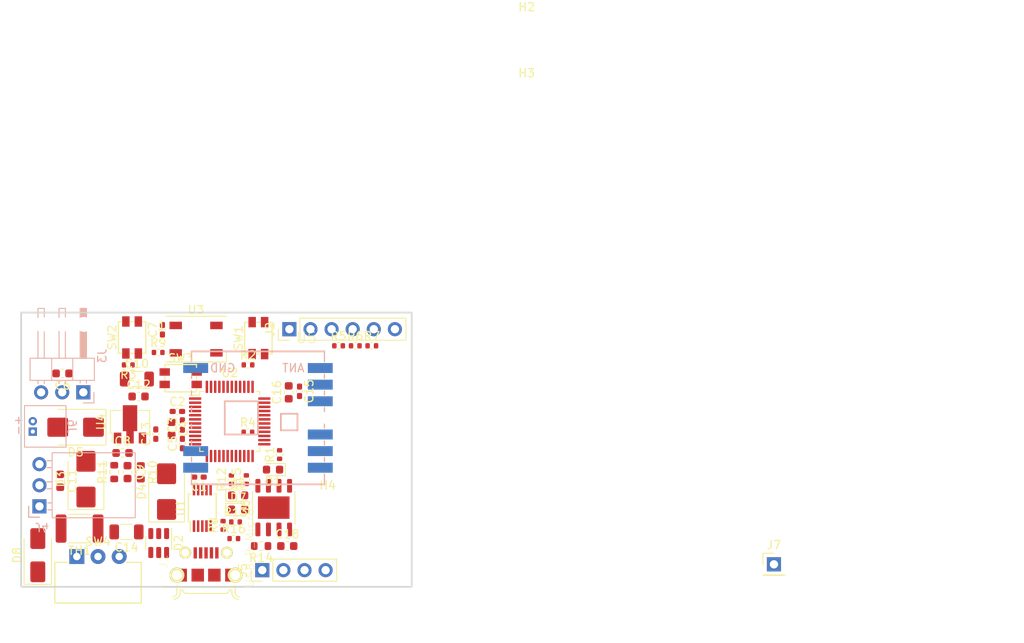
<source format=kicad_pcb>
(kicad_pcb (version 20221018) (generator pcbnew)
  (layers (0 "F.Cu" signal) (31 "B.Cu" signal) (34 "B.Paste" user) (35 "F.Paste" user) (36 "B.SilkS" user "B.Silkscreen") (37 "F.SilkS" user "F.Silkscreen") (38 "B.Mask" user) (39 "F.Mask" user) (44 "Edge.Cuts" user))
  (net 0 "")
  (net 1 "/~{DTR}")
  (net 2 "GND")
  (net 3 "VCC")
  (net 4 "+BATT")
  (net 5 "/BATT_DIRECT")
  (net 6 "/VBATT_DIV")
  (net 7 "VBUS")
  (net 8 "Net-(U2-NRST)")
  (net 9 "/ANTENNA")
  (net 10 "Net-(D1-K)")
  (net 11 "Net-(D1-A)")
  (net 12 "/USB+")
  (net 13 "/USB-")
  (net 15 "/EXTERNAL_LED")
  (net 16 "Net-(D6-K)")
  (net 17 "Net-(D7-K)")
  (net 19 "/AUX0")
  (net 20 "/AUX1")
  (net 21 "/AUX2")
  (net 22 "/SWDIO")
  (net 23 "/BOOT0")
  (net 24 "Net-(J2-Pin_4)")
  (net 25 "Net-(J2-Pin_5)")
  (net 26 "Net-(J2-Pin_6)")
  (net 27 "Net-(J4-Pin_1)")
  (net 29 "Net-(U2-PB1)")
  (net 30 "/~{STDBY}")
  (net 31 "/~{CHRG}")
  (net 32 "Net-(U2-PB2)")
  (net 33 "/USART_RX")
  (net 34 "/USART_TX")
  (net 35 "Net-(U2-PA8)")
  (net 36 "Net-(U1-~{CTS})")
  (net 37 "Net-(U3-DOUT)")
  (net 38 "Net-(U6-PROG)")
  (net 39 "Net-(U6-CE)")
  (net 40 "Net-(U1-~{RTS})")
  (net 42 "/NSS")
  (net 43 "/SCK")
  (net 44 "/MISO")
  (net 45 "/MOSI")
  (net 51 "/DIO0")
  (net 54 "/INTERNAL_LED")
  (net 65 "Net-(R3-Pad2)")
  (net 67 "Net-(R2-Pad2)")
  (footprint "Resistor_SMD:R_0402_1005Metric" (layer "F.Cu") (at 80.1 89.8)
    (fp_text reference "R2" (at 0 -1.17) (layer "F.SilkS"))
    (fp_text value "1k")
    (pad "1" smd roundrect (at -0.51 0) (size 0.54 0.64) (layers "F.Cu" "F.Paste" "F.Mask") (net 29 "Net-(U2-PB1)"))
    (pad "2" smd roundrect (at 0.51 0) (size 0.54 0.64) (layers "F.Cu" "F.Paste" "F.Mask") (net 67 "Net-(R2-Pad2)"))
  )
  (footprint "Homebrew:SW_TACTILE_3mmx3.5mm_TS-1071SA-A4B3-D4" (layer "F.Cu") (at 66.15 86.5 90)
    (fp_text reference "SW2" (at 0 -2.4 90 unlocked) (layer "F.SilkS"))
    (fp_text value "SW_Push")
    (pad "1" smd rect (at -1.925 -0.75 90) (size 1.25 0.9) (layers "F.Cu" "F.Paste" "F.Mask") (net 65 "Net-(R3-Pad2)"))
    (pad "1" smd rect (at 1.925 -0.75 90) (size 1.25 0.9) (layers "F.Cu" "F.Paste" "F.Mask") (net 65 "Net-(R3-Pad2)"))
    (pad "2" smd rect (at -1.925 0.75 90) (size 1.25 0.9) (layers "F.Cu" "F.Paste" "F.Mask") (net 2 "GND"))
    (pad "2" smd rect (at 1.925 0.75 90) (size 1.25 0.9) (layers "F.Cu" "F.Paste" "F.Mask") (net 2 "GND"))
  )
  (footprint "Resistor_SMD:R_0402_1005Metric" (layer "F.Cu") (at 79.9 103.61 90)
    (fp_text reference "R15" (at 0 -1.17 90) (layer "F.SilkS"))
    (fp_text value "1k")
    (pad "1" smd roundrect (at -0.51 0 90) (size 0.54 0.64) (layers "F.Cu" "F.Paste" "F.Mask") (net 7 "VBUS"))
    (pad "2" smd roundrect (at 0.51 0 90) (size 0.54 0.64) (layers "F.Cu" "F.Paste" "F.Mask") (net 39 "Net-(U6-CE)"))
  )
  (footprint "Capacitor_SMD:C_0603_1608Metric" (layer "F.Cu") (at 65 100.4)
    (fp_text reference "C8" (at 0 -1.43) (layer "F.SilkS"))
    (fp_text value "10uF")
    (pad "1" smd roundrect (at -0.775 0) (size 0.9 0.95) (layers "F.Cu" "F.Paste" "F.Mask") (net 2 "GND"))
    (pad "2" smd roundrect (at 0.775 0) (size 0.9 0.95) (layers "F.Cu" "F.Paste" "F.Mask") (net 4 "+BATT"))
  )
  (footprint "Capacitor_SMD:C_0402_1005Metric_Pad0.74x0.62mm_HandSolder" (layer "F.Cu") (at 74.2 103.3 180)
    (fp_text reference "C1" (at 0 -1.16) (layer "F.SilkS"))
    (fp_text value "100nF")
    (pad "1" smd roundrect (at -0.5675 0 180) (size 0.735 0.62) (layers "F.Cu" "F.Paste" "F.Mask") (net 2 "GND"))
    (pad "2" smd roundrect (at 0.5675 0 180) (size 0.735 0.62) (layers "F.Cu" "F.Paste" "F.Mask") (net 3 "VCC"))
  )
  (footprint "Capacitor_SMD:C_0603_1608Metric" (layer "F.Cu") (at 57.5 103.75 -90)
    (fp_text reference "C11" (at 0 -1.43 90) (layer "F.SilkS"))
    (fp_text value "10uF")
    (pad "1" smd roundrect (at -0.775 0 270) (size 0.9 0.95) (layers "F.Cu" "F.Paste" "F.Mask") (net 2 "GND"))
    (pad "2" smd roundrect (at 0.775 0 270) (size 0.9 0.95) (layers "F.Cu" "F.Paste" "F.Mask") (net 5 "/BATT_DIRECT"))
  )
  (footprint "Resistor_SMD:R_0603_1608Metric" (layer "F.Cu") (at 64 102.7 90)
    (fp_text reference "R11" (at 0 -1.43 90) (layer "F.SilkS"))
    (fp_text value "180k")
    (pad "1" smd roundrect (at -0.825 0 90) (size 0.8 0.95) (layers "F.Cu" "F.Paste" "F.Mask") (net 6 "/VBATT_DIV"))
    (pad "2" smd roundrect (at 0.825 0 90) (size 0.8 0.95) (layers "F.Cu" "F.Paste" "F.Mask") (net 2 "GND"))
  )
  (footprint "Homebrew:FRAMATOME_10118194-0001LF_fixed_bridges" (layer "F.Cu") (at 75.05 115.1)
    (fp_text reference "J1" (at -5.14371 -1.64279 90) (layer "F.SilkS") (effects (font (size 1.0017 1.0017) (thickness 0.05))))
    (fp_text value "USB_B_Micro" (at 5.26804 -3.27689 90) (layer "F.SilkS") (effects (font (size 1.00058 1.00058) (thickness 0.05))))
    (pad "1" smd rect (at -1.3 -2.675 180) (size 0.4 1.35) (layers "F.Cu" "F.Paste" "F.Mask") (net 7 "VBUS"))
    (pad "2" smd rect (at -0.65 -2.675 180) (size 0.4 1.35) (layers "F.Cu" "F.Paste" "F.Mask") (net 13 "/USB-"))
    (pad "3" smd rect (at 0 -2.675 180) (size 0.4 1.35) (layers "F.Cu" "F.Paste" "F.Mask") (net 12 "/USB+"))
    (pad "4" smd rect (at 0.65 -2.675 180) (size 0.4 1.35) (layers "F.Cu" "F.Paste" "F.Mask"))
    (pad "5" smd rect (at 1.3 -2.675 180) (size 0.4 1.35) (layers "F.Cu" "F.Paste" "F.Mask") (net 2 "GND"))
    (pad "P$6" thru_hole circle (at -2.5 -2.7) (size 1.408 1.408) (drill 0.9) (layers "*.Cu" "*.Mask" "F.SilkS"))
    (pad "P$7" thru_hole circle (at 2.5 -2.7) (size 1.408 1.408) (drill 0.9) (layers "*.Cu" "*.Mask" "F.SilkS"))
    (pad "P$10" smd rect (at -1 0) (size 1.5 1.55) (layers "F.Cu" "F.Paste" "F.Mask"))
    (pad "P$11" smd rect (at 1 0) (size 1.5 1.55) (layers "F.Cu" "F.Paste" "F.Mask"))
    (pad "P$12" thru_hole circle (at -3.5 0) (size 1.8 1.8) (drill 1.2) (layers "*.Cu" "*.Mask" "F.SilkS"))
    (pad "P$12" smd rect (at -3.05 0) (size 1.5 1.55) (layers "F.Cu" "F.Paste" "F.Mask"))
    (pad "P$13" smd rect (at 3.05 0) (size 1.5 1.55) (layers "F.Cu" "F.Paste" "F.Mask"))
    (pad "P$13" thru_hole circle (at 3.5 0) (size 1.8 1.8) (drill 1.2) (layers "*.Cu" "*.Mask" "F.SilkS"))
  )
  (footprint "LED_SMD:LED_0603_1608Metric" (layer "F.Cu") (at 78.9125 105.5)
    (fp_text reference "D6" (at 0 -1.43) (layer "F.SilkS"))
    (fp_text value "WHITE")
    (pad "1" smd roundrect (at -0.7875 0) (size 0.875 0.95) (layers "F.Cu" "F.Paste" "F.Mask") (net 16 "Net-(D6-K)"))
    (pad "2" smd roundrect (at 0.7875 0) (size 0.875 0.95) (layers "F.Cu" "F.Paste" "F.Mask") (net 7 "VBUS"))
  )
  (footprint "Resistor_SMD:R_0402_1005Metric" (layer "F.Cu") (at 93.01 87.5)
    (fp_text reference "R6" (at 0 -1.17) (layer "F.SilkS"))
    (fp_text value "1k")
    (pad "1" smd roundrect (at -0.51 0) (size 0.54 0.64) (layers "F.Cu" "F.Paste" "F.Mask") (net 20 "/AUX1"))
    (pad "2" smd roundrect (at 0.51 0) (size 0.54 0.64) (layers "F.Cu" "F.Paste" "F.Mask") (net 25 "Net-(J2-Pin_5)"))
  )
  (footprint "Package_SO:MSOP-10_3x3mm_P0.5mm" (layer "F.Cu") (at 74.6 107 90)
    (fp_text reference "U1" (at 0 -2.6 90) (layer "F.SilkS"))
    (fp_text value "CH340X")
    (pad "1" smd rect (at -2.2 -1 90) (size 1.4 0.3) (layers "F.Cu" "F.Paste" "F.Mask") (net 12 "/USB+"))
    (pad "2" smd rect (at -2.2 -0.5 90) (size 1.4 0.3) (layers "F.Cu" "F.Paste" "F.Mask") (net 13 "/USB-"))
    (pad "3" smd rect (at -2.2 0 90) (size 1.4 0.3) (layers "F.Cu" "F.Paste" "F.Mask") (net 2 "GND"))
    (pad "4" smd rect (at -2.2 0.5 90) (size 1.4 0.3) (layers "F.Cu" "F.Paste" "F.Mask") (net 40 "Net-(U1-~{RTS})"))
    (pad "5" smd rect (at -2.2 1 90) (size 1.4 0.3) (layers "F.Cu" "F.Paste" "F.Mask") (net 36 "Net-(U1-~{CTS})"))
    (pad "6" smd rect (at 2.2 1 90) (size 1.4 0.3) (layers "F.Cu" "F.Paste" "F.Mask") (net 1 "/~{DTR}"))
    (pad "7" smd rect (at 2.2 0.5 90) (size 1.4 0.3) (layers "F.Cu" "F.Paste" "F.Mask") (net 3 "VCC"))
    (pad "8" smd rect (at 2.2 0 90) (size 1.4 0.3) (layers "F.Cu" "F.Paste" "F.Mask") (net 33 "/USART_RX"))
    (pad "9" smd rect (at 2.2 -0.5 90) (size 1.4 0.3) (layers "F.Cu" "F.Paste" "F.Mask") (net 34 "/USART_TX"))
    (pad "10" smd rect (at 2.2 -1 90) (size 1.4 0.3) (layers "F.Cu" "F.Paste" "F.Mask") (net 3 "VCC"))
  )
  (footprint "LED_SMD:LED_0603_1608Metric" (layer "F.Cu") (at 83.1125 102.4 180)
    (fp_text reference "D1" (at 0 -1.43) (layer "F.SilkS"))
    (fp_text value "RED")
    (pad "1" smd roundrect (at -0.7875 0 180) (size 0.875 0.95) (layers "F.Cu" "F.Paste" "F.Mask") (net 10 "Net-(D1-K)"))
    (pad "2" smd roundrect (at 0.7875 0 180) (size 0.875 0.95) (layers "F.Cu" "F.Paste" "F.Mask") (net 11 "Net-(D1-A)"))
  )
  (footprint "LED_SMD:LED_WS2812B_PLCC4_5.0x5.0mm_P3.2mm" (layer "F.Cu") (at 73.85 86.7)
    (fp_text reference "U3" (at 0 -3.5) (layer "F.SilkS"))
    (fp_text value "WS2812b")
    (fp_text user "1" (at -4.15 -1.6) (layer "F.SilkS"))
    (pad "1" smd rect (at -2.45 -1.65) (size 1.5 0.9) (layers "F.Cu" "F.Paste" "F.Mask") (net 4 "+BATT"))
    (pad "2" smd rect (at -2.45 1.65) (size 1.5 0.9) (layers "F.Cu" "F.Paste" "F.Mask") (net 37 "Net-(U3-DOUT)"))
    (pad "3" smd rect (at 2.45 1.65) (size 1.5 0.9) (layers "F.Cu" "F.Paste" "F.Mask") (net 2 "GND"))
    (pad "4" smd rect (at 2.45 -1.65) (size 1.5 0.9) (layers "F.Cu" "F.Paste" "F.Mask") (net 54 "/INTERNAL_LED"))
  )
  (footprint "Resistor_SMD:R_0603_1608Metric" (layer "F.Cu") (at 67.2 102.725 -90)
    (fp_text reference "R10" (at 0 -1.43 90) (layer "F.SilkS"))
    (fp_text value "62k")
    (pad "1" smd roundrect (at -0.825 0 270) (size 0.8 0.95) (layers "F.Cu" "F.Paste" "F.Mask") (net 4 "+BATT"))
    (pad "2" smd roundrect (at 0.825 0 270) (size 0.8 0.95) (layers "F.Cu" "F.Paste" "F.Mask") (net 6 "/VBATT_DIV"))
  )
  (footprint "Capacitor_SMD:C_1206_3216Metric" (layer "F.Cu") (at 65.475 109.9 180)
    (fp_text reference "C14" (at 0 -1.85) (layer "F.SilkS"))
    (fp_text value "47uF")
    (pad "1" smd roundrect (at -1.475 0 180) (size 1.15 1.8) (layers "F.Cu" "F.Paste" "F.Mask") (roundrect_rratio 0.217391) (net 2 "GND"))
    (pad "2" smd roundrect (at 1.475 0 180) (size 1.15 1.8) (layers "F.Cu" "F.Paste" "F.Mask") (roundrect_rratio 0.217391) (net 4 "+BATT"))
  )
  (footprint "Resistor_SMD:R_0402_1005Metric" (layer "F.Cu") (at 83.9 100.59 90)
    (fp_text reference "R1" (at 0 -1.17 90) (layer "F.SilkS"))
    (fp_text value "1k")
    (pad "1" smd roundrect (at -0.51 0 90) (size 0.54 0.64) (layers "F.Cu" "F.Paste" "F.Mask") (net 10 "Net-(D1-K)"))
    (pad "2" smd roundrect (at 0.51 0 90) (size 0.54 0.64) (layers "F.Cu" "F.Paste" "F.Mask") (net 2 "GND"))
  )
  (footprint "Homebrew:SOP-8_3.9x4.9mm_P1.27mm_Thermal" (layer "F.Cu") (at 83.195 106.975 90)
    (fp_text reference "U6" (at 0 -3.4 90) (layer "F.SilkS"))
    (fp_text value "TP4056")
    (pad "1" smd roundrect (at -2.625 -1.905 90) (size 1.65 0.6) (layers "F.Cu" "F.Paste" "F.Mask") (net 2 "GND"))
    (pad "2" smd roundrect (at -2.625 -0.635 90) (size 1.65 0.6) (layers "F.Cu" "F.Paste" "F.Mask") (net 38 "Net-(U6-PROG)"))
    (pad "3" smd roundrect (at -2.625 0.635 90) (size 1.65 0.6) (layers "F.Cu" "F.Paste" "F.Mask") (net 2 "GND"))
    (pad "4" smd roundrect (at -2.625 1.905 90) (size 1.65 0.6) (layers "F.Cu" "F.Paste" "F.Mask") (net 7 "VBUS"))
    (pad "5" smd roundrect (at 2.625 1.905 90) (size 1.65 0.6) (layers "F.Cu" "F.Paste" "F.Mask") (net 5 "/BATT_DIRECT"))
    (pad "6" smd roundrect (at 2.625 0.635 90) (size 1.65 0.6) (layers "F.Cu" "F.Paste" "F.Mask") (net 30 "/~{STDBY}"))
    (pad "7" smd roundrect (at 2.625 -0.635 90) (size 1.65 0.6) (layers "F.Cu" "F.Paste" "F.Mask") (net 31 "/~{CHRG}"))
    (pad "8" smd roundrect (at 2.625 -1.905 90) (size 1.65 0.6) (layers "F.Cu" "F.Paste" "F.Mask") (net 39 "Net-(U6-CE)"))
    (pad "~" smd rect (at 0 0 90) (size 2.7 3.8) (layers "F.Cu" "F.Paste" "F.Mask"))
  )
  (footprint "Diode_SMD:D_SMA" (layer "F.Cu") (at 54.8 112.7 90)
    (fp_text reference "D8" (at 0 -2.5 90) (layer "F.SilkS"))
    (fp_text value "D")
    (pad "1" smd roundrect (at -2 0 90) (size 2.5 1.8) (layers "F.Cu" "F.Paste" "F.Mask") (roundrect_rratio 0.1388888889) (net 5 "/BATT_DIRECT"))
    (pad "2" smd roundrect (at 2 0 90) (size 2.5 1.8) (layers "F.Cu" "F.Paste" "F.Mask") (roundrect_rratio 0.1388888889) (net 2 "GND"))
  )
  (footprint "Capacitor_SMD:C_1206_3216Metric" (layer "F.Cu") (at 66.725 91.5)
    (fp_text reference "C10" (at 0 -1.85) (layer "F.SilkS"))
    (fp_text value "47uF")
    (pad "1" smd roundrect (at -1.475 0) (size 1.15 1.8) (layers "F.Cu" "F.Paste" "F.Mask") (roundrect_rratio 0.217391) (net 2 "GND"))
    (pad "2" smd roundrect (at 1.475 0) (size 1.15 1.8) (layers "F.Cu" "F.Paste" "F.Mask") (roundrect_rratio 0.217391) (net 3 "VCC"))
  )
  (footprint "Capacitor_SMD:C_0603_1608Metric" (layer "F.Cu") (at 84.825 111.6)
    (fp_text reference "C18" (at 0 -1.43) (layer "F.SilkS"))
    (fp_text value "10uF")
    (pad "1" smd roundrect (at -0.775 0) (size 0.9 0.95) (layers "F.Cu" "F.Paste" "F.Mask") (net 2 "GND"))
    (pad "2" smd roundrect (at 0.775 0) (size 0.9 0.95) (layers "F.Cu" "F.Paste" "F.Mask") (net 7 "VBUS"))
  )
  (footprint "Resistor_SMD:R_0603_1608Metric" (layer "F.Cu") (at 81.675 111.6 180)
    (fp_text reference "R14" (at 0 -1.43) (layer "F.SilkS"))
    (fp_text value "3k3")
    (pad "1" smd roundrect (at -0.825 0 180) (size 0.8 0.95) (layers "F.Cu" "F.Paste" "F.Mask") (net 38 "Net-(U6-PROG)"))
    (pad "2" smd roundrect (at 0.825 0 180) (size 0.8 0.95) (layers "F.Cu" "F.Paste" "F.Mask") (net 2 "GND"))
  )
  (footprint "Resistor_SMD:R_0402_1005Metric" (layer "F.Cu") (at 77.1 109.11 90)
    (fp_text reference "R8" (at 0 -1.17 90) (layer "F.SilkS"))
    (fp_text value "4k7")
    (pad "1" smd roundrect (at -0.51 0 90) (size 0.54 0.64) (layers "F.Cu" "F.Paste" "F.Mask") (net 36 "Net-(U1-~{CTS})"))
    (pad "2" smd roundrect (at 0.51 0 90) (size 0.54 0.64) (layers "F.Cu" "F.Paste" "F.Mask") (net 1 "/~{DTR}"))
  )
  (footprint "Diode_SMD:D_SMB" (layer "F.Cu") (at 59.35 97.3 180)
    (fp_text reference "D5" (at 0 -3) (layer "F.SilkS"))
    (fp_text value "D_TVS")
    (pad "1" smd roundrect (at -2.15 0 180) (size 2.5 2.3) (layers "F.Cu" "F.Paste" "F.Mask") (roundrect_rratio 0.1086956522) (net 3 "VCC"))
    (pad "2" smd roundrect (at 2.15 0 180) (size 2.5 2.3) (layers "F.Cu" "F.Paste" "F.Mask") (roundrect_rratio 0.1086956522) (net 2 "GND"))
  )
  (footprint "Resistor_SMD:R_0402_1005Metric" (layer "F.Cu") (at 78.6 108.7)
    (fp_text reference "R13" (at 0 -1.17) (layer "F.SilkS"))
    (fp_text value "1k")
    (pad "1" smd roundrect (at -0.51 0) (size 0.54 0.64) (layers "F.Cu" "F.Paste" "F.Mask") (net 17 "Net-(D7-K)"))
    (pad "2" smd roundrect (at 0.51 0) (size 0.54 0.64) (layers "F.Cu" "F.Paste" "F.Mask") (net 31 "/~{CHRG}"))
  )
  (footprint "Capacitor_SMD:C_0603_1608Metric" (layer "F.Cu") (at 70.9 97.475 -90)
    (fp_text reference "C4" (at 0 -1.43 90) (layer "F.SilkS"))
    (fp_text value "10uF")
    (pad "1" smd roundrect (at -0.775 0 270) (size 0.9 0.95) (layers "F.Cu" "F.Paste" "F.Mask") (net 3 "VCC"))
    (pad "2" smd roundrect (at 0.775 0 270) (size 0.9 0.95) (layers "F.Cu" "F.Paste" "F.Mask") (net 2 "GND"))
  )
  (footprint "Capacitor_SMD:C_0603_1608Metric" (layer "F.Cu") (at 57.78 90.825 180)
    (fp_text reference "C6" (at 0 -1.43) (layer "F.SilkS"))
    (fp_text value "10uF")
    (pad "1" smd roundrect (at -0.775 0 180) (size 0.9 0.95) (layers "F.Cu" "F.Paste" "F.Mask") (net 2 "GND"))
    (pad "2" smd roundrect (at 0.775 0 180) (size 0.9 0.95) (layers "F.Cu" "F.Paste" "F.Mask") (net 4 "+BATT"))
  )
  (footprint "Capacitor_SMD:C_0603_1608Metric" (layer "F.Cu") (at 66.925 93.6)
    (fp_text reference "C12" (at 0 -1.43) (layer "F.SilkS"))
    (fp_text value "10uF")
    (pad "1" smd roundrect (at -0.775 0) (size 0.9 0.95) (layers "F.Cu" "F.Paste" "F.Mask") (net 2 "GND"))
    (pad "2" smd roundrect (at 0.775 0) (size 0.9 0.95) (layers "F.Cu" "F.Paste" "F.Mask") (net 3 "VCC"))
  )
  (footprint "Connector_PinHeader_2.54mm:PinHeader_1x01_P2.54mm_Vertical" (layer "F.Cu") (at 143.4 113.8)
    (fp_text reference "J7" (at 0 -2.33) (layer "F.SilkS"))
    (fp_text value "Conn_01x01")
    (pad "1" thru_hole rect (at 0 0) (size 1.7 1.7) (drill 1) (layers "*.Cu" "*.Mask") (net 9 "/ANTENNA"))
  )
  (footprint "MountingHole:MountingHole_3.2mm_M3" (layer "F.Cu") (at 89.69 108.5)
    (fp_text reference "H4" (at 0 -4.2) (layer "F.SilkS"))
    (fp_text value "MountingHole")
    (pad "" np_thru_hole circle (at 0 0) (size 3.2 3.2) (drill 3.2) (layers "*.Cu" "*.Mask"))
  )
  (footprint "Capacitor_SMD:C_0402_1005Metric_Pad0.74x0.62mm_HandSolder" (layer "F.Cu") (at 69 98.1325 90)
    (fp_text reference "C13" (at 0 -1.16 90) (layer "F.SilkS"))
    (fp_text value "100nF")
    (pad "1" smd roundrect (at -0.5675 0 90) (size 0.735 0.62) (layers "F.Cu" "F.Paste" "F.Mask") (net 3 "VCC"))
    (pad "2" smd roundrect (at 0.5675 0 90) (size 0.735 0.62) (layers "F.Cu" "F.Paste" "F.Mask") (net 2 "GND"))
  )
  (footprint "Capacitor_SMD:C_0603_1608Metric" (layer "F.Cu") (at 85 93.1 90)
    (fp_text reference "C16" (at 0 -1.43 90) (layer "F.SilkS"))
    (fp_text value "10uF")
    (pad "1" smd roundrect (at -0.775 0 90) (size 0.9 0.95) (layers "F.Cu" "F.Paste" "F.Mask") (net 2 "GND"))
    (pad "2" smd roundrect (at 0.775 0 90) (size 0.9 0.95) (layers "F.Cu" "F.Paste" "F.Mask") (net 3 "VCC"))
  )
  (footprint "Diode_SMD:D_SMB" (layer "F.Cu") (at 70.3 105.05 90)
    (fp_text reference "D4" (at 0 -3 90) (layer "F.SilkS"))
    (fp_text value "D_TVS")
    (pad "1" smd roundrect (at -2.15 0 90) (size 2.5 2.3) (layers "F.Cu" "F.Paste" "F.Mask") (roundrect_rratio 0.1086956522) (net 4 "+BATT"))
    (pad "2" smd roundrect (at 2.15 0 90) (size 2.5 2.3) (layers "F.Cu" "F.Paste" "F.Mask") (roundrect_rratio 0.1086956522) (net 2 "GND"))
  )
  (footprint "Fuse:Fuse_1812_4532Metric_Pad1.30x3.40mm_HandSolder" (layer "F.Cu") (at 59.825 109.5 180)
    (fp_text reference "TH1" (at 0 -2.65) (layer "F.SilkS"))
    (fp_text value "Thermistor_PTC")
    (pad "1" smd roundrect (at -2.225 0 180) (size 1.3 3.4) (layers "F.Cu" "F.Paste" "F.Mask") (roundrect_rratio 0.192308) (net 5 "/BATT_DIRECT"))
    (pad "2" smd roundrect (at 2.225 0 180) (size 1.3 3.4) (layers "F.Cu" "F.Paste" "F.Mask") (roundrect_rratio 0.192308) (net 27 "Net-(J4-Pin_1)"))
  )
  (footprint "Resistor_SMD:R_0402_1005Metric" (layer "F.Cu") (at 65.69 89.8 180)
    (fp_text reference "R3" (at 0 -1.17) (layer "F.SilkS"))
    (fp_text value "1k")
    (pad "1" smd roundrect (at -0.51 0 180) (size 0.54 0.64) (layers "F.Cu" "F.Paste" "F.Mask") (net 32 "Net-(U2-PB2)"))
    (pad "2" smd roundrect (at 0.51 0 180) (size 0.54 0.64) (layers "F.Cu" "F.Paste" "F.Mask") (net 65 "Net-(R3-Pad2)"))
  )
  (footprint "Resistor_SMD:R_0402_1005Metric" (layer "F.Cu") (at 80.09 97.9)
    (fp_text reference "R4" (at 0 -1.17) (layer "F.SilkS"))
    (fp_text value "1k")
    (pad "1" smd roundrect (at -0.51 0) (size 0.54 0.64) (layers "F.Cu" "F.Paste" "F.Mask") (net 51 "/DIO0"))
    (pad "2" smd roundrect (at 0.51 0) (size 0.54 0.64) (layers "F.Cu" "F.Paste" "F.Mask") (net 35 "Net-(U2-PA8)"))
  )
  (footprint "LED_SMD:LED_0603_1608Metric" (layer "F.Cu") (at 78.9125 107.2)
    (fp_text reference "D7" (at 0 -1.43) (layer "F.SilkS"))
    (fp_text value "RED")
    (pad "1" smd roundrect (at -0.7875 0) (size 0.875 0.95) (layers "F.Cu" "F.Paste" "F.Mask") (net 17 "Net-(D7-K)"))
    (pad "2" smd roundrect (at 0.7875 0) (size 0.875 0.95) (layers "F.Cu" "F.Paste" "F.Mask") (net 7 "VBUS"))
  )
  (footprint "Capacitor_SMD:C_0603_1608Metric" (layer "F.Cu") (at 65.6 102.7 -90)
    (fp_text reference "C9" (at 0 -1.43 90) (layer "F.SilkS"))
    (fp_text value "10uF")
    (pad "1" smd roundrect (at -0.775 0 270) (size 0.9 0.95) (layers "F.Cu" "F.Paste" "F.Mask") (net 2 "GND"))
    (pad "2" smd roundrect (at 0.775 0 270) (size 0.9 0.95) (layers "F.Cu" "F.Paste" "F.Mask") (net 6 "/VBATT_DIV"))
  )
  (footprint "Package_TO_SOT_SMD:SOT-89-3" (layer "F.Cu") (at 65.9 96.65 90)
    (fp_text reference "U4" (at 0 -3.5 90) (layer "F.SilkS"))
    (fp_text value "HT75xx-1-SOT89")
    (pad "1" smd rect (at -1.95 -1.5 90) (size 1.3 0.9) (layers "F.Cu" "F.Paste" "F.Mask") (net 2 "GND"))
    (pad "2" smd custom (at -1.8625 0 90) (size 1.475 0.9) (layers "F.Cu" "F.Paste" "F.Mask") (net 4 "+BATT") (options (clearance outline) (anchor rect)) (primitives (gr_poly (pts (xy 3.8625 0.8665) (xy 0.7375 0.8665) (xy 0.7375 -0.8665) (xy 3.8625 -0.8665)) (width 0) (fill yes))))
    (pad "3" smd rect (at -1.95 1.5 90) (size 1.3 0.9) (layers "F.Cu" "F.Paste" "F.Mask") (net 3 "VCC"))
  )
  (footprint "Homebrew:SW_TACTILE_3mmx3.5mm_TS-1071SA-A4B3-D4" (layer "F.Cu") (at 72 91.4)
    (fp_text reference "SW3" (at 0 -2.4 unlocked) (layer "F.SilkS"))
    (fp_text value "SW_Push")
    (pad "1" smd rect (at -1.925 -0.75) (size 1.25 0.9) (layers "F.Cu" "F.Paste" "F.Mask") (net 8 "Net-(U2-NRST)"))
    (pad "1" smd rect (at 1.925 -0.75) (size 1.25 0.9) (layers "F.Cu" "F.Paste" "F.Mask") (net 8 "Net-(U2-NRST)"))
    (pad "2" smd rect (at -1.925 0.75) (size 1.25 0.9) (layers "F.Cu" "F.Paste" "F.Mask") (net 2 "GND"))
    (pad "2" smd rect (at 1.925 0.75) (size 1.25 0.9) (layers "F.Cu" "F.Paste" "F.Mask") (net 2 "GND"))
  )
  (footprint "Package_TO_SOT_SMD:SOT-23-6" (layer "F.Cu") (at 69.35 111.2375 -90)
    (fp_text reference "D2" (at 0 -2.4 90) (layer "F.SilkS"))
    (fp_text value "SRV05-4-P-T7")
    (pad "1" smd roundrect (at -1.1375 -0.95 270) (size 1.325 0.6) (layers "F.Cu" "F.Paste" "F.Mask") (net 12 "/USB+"))
    (pad "2" smd roundrect (at -1.1375 0 270) (size 1.325 0.6) (layers "F.Cu" "F.Paste" "F.Mask") (net 2 "GND"))
    (pad "3" smd roundrect (at -1.1375 0.95 270) (size 1.325 0.6) (layers "F.Cu" "F.Paste" "F.Mask") (net 13 "/USB-"))
    (pad "4" smd roundrect (at 1.1375 0.95 270) (size 1.325 0.6) (layers "F.Cu" "F.Paste" "F.Mask"))
    (pad "5" smd roundrect (at 1.1375 0 270) (size 1.325 0.6) (layers "F.Cu" "F.Paste" "F.Mask") (net 7 "VBUS"))
    (pad "6" smd roundrect (at 1.1375 -0.95 270) (size 1.325 0.6) (layers "F.Cu" "F.Paste" "F.Mask") (net 15 "/EXTERNAL_LED"))
  )
  (footprint "Resistor_SMD:R_0402_1005Metric" (layer "F.Cu") (at 95 87.5)
    (fp_text reference "R7" (at 0 -1.17) (layer "F.SilkS"))
    (fp_text value "1k")
    (pad "1" smd roundrect (at -0.51 0) (size 0.54 0.64) (layers "F.Cu" "F.Paste" "F.Mask") (net 21 "/AUX2"))
    (pad "2" smd roundrect (at 0.51 0) (size 0.54 0.64) (layers "F.Cu" "F.Paste" "F.Mask") (net 26 "Net-(J2-Pin_6)"))
  )
  (footprint "Capacitor_SMD:C_0402_1005Metric_Pad0.74x0.62mm_HandSolder" (layer "F.Cu") (at 71.6 95.4)
    (fp_text reference "C2" (at 0 -1.16) (layer "F.SilkS"))
    (fp_text value "100nF")
    (pad "1" smd roundrect (at -0.5675 0) (size 0.735 0.62) (layers "F.Cu" "F.Paste" "F.Mask") (net 2 "GND"))
    (pad "2" smd roundrect (at 0.5675 0) (size 0.735 0.62) (layers "F.Cu" "F.Paste" "F.Mask") (net 3 "VCC"))
  )
  (footprint "MountingHole:MountingHole_3.2mm_M3" (layer "F.Cu") (at 113.63 58.88)
    (fp_text reference "H3" (at 0 -4.2) (layer "F.SilkS"))
    (fp_text value "MountingHole")
    (pad "" np_thru_hole circle (at 0 0) (size 3.2 3.2) (drill 3.2) (layers "*.Cu" "*.Mask"))
  )
  (footprint "Homebrew:SW_TACTILE_3mmx3.5mm_TS-1071SA-A4B3-D4" (layer "F.Cu") (at 81.35 86.575 90)
    (fp_text reference "SW1" (at 0 -2.4 90 unlocked) (layer "F.SilkS"))
    (fp_text value "SW_Push")
    (pad "1" smd rect (at -1.925 -0.75 90) (size 1.25 0.9) (layers "F.Cu" "F.Paste" "F.Mask") (net 67 "Net-(R2-Pad2)"))
    (pad "1" smd rect (at 1.925 -0.75 90) (size 1.25 0.9) (layers "F.Cu" "F.Paste" "F.Mask") (net 67 "Net-(R2-Pad2)"))
    (pad "2" smd rect (at -1.925 0.75 90) (size 1.25 0.9) (layers "F.Cu" "F.Paste" "F.Mask") (net 2 "GND"))
    (pad "2" smd rect (at 1.925 0.75 90) (size 1.25 0.9) (layers "F.Cu" "F.Paste" "F.Mask") (net 2 "GND"))
  )
  (footprint "Package_QFP:LQFP-48_7x7mm_P0.5mm" (layer "F.Cu") (at 77.9 96.6)
    (fp_text reference "U2" (at 0 -5.85) (layer "F.SilkS"))
    (fp_text value "STM32G030C8T6")
    (pad "1" smd roundrect (at -4.1625 -2.75) (size 1.475 0.3) (layers "F.Cu" "F.Paste" "F.Mask"))
    (pad "2" smd roundrect (at -4.1625 -2.25) (size 1.475 0.3) (layers "F.Cu" "F.Paste" "F.Mask"))
    (pad "3" smd roundrect (at -4.1625 -1.75) (size 1.475 0.3) (layers "F.Cu" "F.Paste" "F.Mask"))
    (pad "4" smd roundrect (at -4.1625 -1.25) (size 1.475 0.3) (layers "F.Cu" "F.Paste" "F.Mask"))
    (pad "5" smd roundrect (at -4.1625 -0.75) (size 1.475 0.3) (layers "F.Cu" "F.Paste" "F.Mask") (net 3 "VCC"))
    (pad "6" smd roundrect (at -4.1625 -0.25) (size 1.475 0.3) (layers "F.Cu" "F.Paste" "F.Mask") (net 3 "VCC"))
    (pad "7" smd roundrect (at -4.1625 0.25) (size 1.475 0.3) (layers "F.Cu" "F.Paste" "F.Mask") (net 2 "GND"))
    (pad "8" smd roundrect (at -4.1625 0.75) (size 1.475 0.3) (layers "F.Cu" "F.Paste" "F.Mask"))
    (pad "9" smd roundrect (at -4.1625 1.25) (size 1.475 0.3) (layers "F.Cu" "F.Paste" "F.Mask"))
    (pad "10" smd roundrect (at -4.1625 1.75) (size 1.475 0.3) (layers "F.Cu" "F.Paste" "F.Mask") (net 8 "Net-(U2-NRST)"))
    (pad "11" smd roundrect (at -4.1625 2.25) (size 1.475 0.3) (layers "F.Cu" "F.Paste" "F.Mask") (net 21 "/AUX2"))
    (pad "12" smd roundrect (at -4.1625 2.75) (size 1.475 0.3) (layers "F.Cu" "F.Paste" "F.Mask") (net 6 "/VBATT_DIV"))
    (pad "13" smd roundrect (at -2.75 4.1625) (size 0.3 1.475) (layers "F.Cu" "F.Paste" "F.Mask") (net 34 "/USART_TX"))
    (pad "14" smd roundrect (at -2.25 4.1625) (size 0.3 1.475) (layers "F.Cu" "F.Paste" "F.Mask") (net 33 "/USART_RX"))
    (pad "15" smd roundrect (at -1.75 4.1625) (size 0.3 1.475) (layers "F.Cu" "F.Paste" "F.Mask") (net 42 "/NSS"))
    (pad "16" smd roundrect (at -1.25 4.1625) (size 0.3 1.475) (layers "F.Cu" "F.Paste" "F.Mask") (net 43 "/SCK"))
    (pad "17" smd roundrect (at -0.75 4.1625) (size 0.3 1.475) (layers "F.Cu" "F.Paste" "F.Mask") (net 44 "/MISO"))
    (pad "18" smd roundrect (at -0.25 4.1625) (size 0.3 1.475) (layers "F.Cu" "F.Paste" "F.Mask") (net 45 "/MOSI"))
    (pad "19" smd roundrect (at 0.25 4.1625) (size 0.3 1.475) (layers "F.Cu" "F.Paste" "F.Mask") (net 11 "Net-(D1-A)"))
    (pad "20" smd roundrect (at 0.75 4.1625) (size 0.3 1.475) (layers "F.Cu" "F.Paste" "F.Mask") (net 29 "Net-(U2-PB1)"))
    (pad "21" smd roundrect (at 1.25 4.1625) (size 0.3 1.475) (layers "F.Cu" "F.Paste" "F.Mask") (net 32 "Net-(U2-PB2)"))
    (pad "22" smd roundrect (at 1.75 4.1625) (size 0.3 1.475) (layers "F.Cu" "F.Paste" "F.Mask"))
    (pad "23" smd roundrect (at 2.25 4.1625) (size 0.3 1.475) (layers "F.Cu" "F.Paste" "F.Mask"))
    (pad "24" smd roundrect (at 2.75 4.1625) (size 0.3 1.475) (layers "F.Cu" "F.Paste" "F.Mask"))
    (pad "25" smd roundrect (at 4.1625 2.75) (size 1.475 0.3) (layers "F.Cu" "F.Paste" "F.Mask"))
    (pad "26" smd roundrect (at 4.1625 2.25) (size 1.475 0.3) (layers "F.Cu" "F.Paste" "F.Mask"))
    (pad "27" smd roundrect (at 4.1625 1.75) (size 1.475 0.3) (layers "F.Cu" "F.Paste" "F.Mask"))
    (pad "28" smd roundrect (at 4.1625 1.25) (size 1.475 0.3) (layers "F.Cu" "F.Paste" "F.Mask") (net 35 "Net-(U2-PA8)"))
    (pad "29" smd roundrect (at 4.1625 0.75) (size 1.475 0.3) (layers "F.Cu" "F.Paste" "F.Mask"))
    (pad "30" smd roundrect (at 4.1625 0.25) (size 1.475 0.3) (layers "F.Cu" "F.Paste" "F.Mask"))
    (pad "31" smd roundrect (at 4.1625 -0.25) (size 1.475 0.3) (layers "F.Cu" "F.Paste" "F.Mask"))
    (pad "32" smd roundrect (at 4.1625 -0.75) (size 1.475 0.3) (layers "F.Cu" "F.Paste" "F.Mask") (net 54 "/INTERNAL_LED"))
    (pad "33" smd roundrect (at 4.1625 -1.25) (size 1.475 0.3) (layers "F.Cu" "F.Paste" "F.Mask"))
    (pad "34" smd roundrect (at 4.1625 -1.75) (size 1.475 0.3) (layers "F.Cu" "F.Paste" "F.Mask"))
    (pad "35" smd roundrect (at 4.1625 -2.25) (size 1.475 0.3) (layers "F.Cu" "F.Paste" "F.Mask") (net 22 "/SWDIO"))
    (pad "36" smd roundrect (at 4.1625 -2.75) (size 1.475 0.3) (layers "F.Cu" "F.Paste" "F.Mask") (net 23 "/BOOT0"))
    (pad "37" smd roundrect (at 2.75 -4.1625) (size 0.3 1.475) (layers "F.Cu" "F.Paste" "F.Mask"))
    (pad "38" smd roundrect (at 2.25 -4.1625) (size 0.3 1.475) (layers "F.Cu" "F.Paste" "F.Mask"))
    (pad "39" smd roundrect (at 1.75 -4.1625) (size 0.3 1.475) (layers "F.Cu" "F.Paste" "F.Mask"))
    (pad "40" smd roundrect (at 1.25 -4.1625) (size 0.3 1.475) (layers "F.Cu" "F.Paste" "F.Mask"))
    (pad "41" smd roundrect (at 0.75 -4.1625) (size 0.3 1.475) (layers "F.Cu" "F.Paste" "F.Mask"))
    (pad "42" smd roundrect (at 0.25 -4.1625) (size 0.3 1.475) (layers "F.Cu" "F.Paste" "F.Mask"))
    (pad "43" smd roundrect (at -0.25 -4.1625) (size 0.3 1.475) (layers "F.Cu" "F.Paste" "F.Mask"))
    (pad "44" smd roundrect (at -0.75 -4.1625) (size 0.3 1.475) (layers "F.Cu" "F.Paste" "F.Mask"))
    (pad "45" smd roundrect (at -1.25 -4.1625) (size 0.3 1.475) (layers "F.Cu" "F.Paste" "F.Mask") (net 19 "/AUX0"))
    (pad "46" smd roundrect (at -1.75 -4.1625) (size 0.3 1.475) (layers "F.Cu" "F.Paste" "F.Mask") (net 20 "/AUX1"))
    (pad "47" smd roundrect (at -2.25 -4.1625) (size 0.3 1.475) (layers "F.Cu" "F.Paste" "F.Mask"))
    (pad "48" smd roundrect (at -2.75 -4.1625) (size 0.3 1.475) (layers "F.Cu" "F.Paste" "F.Mask"))
  )
  (footprint "Homebrew:3_pin_2.54mm_pitch_strain_relief" (layer "F.Cu") (at 57.815 84.925)
    (fp_text reference "H1" hide)
    (fp_text value "StrainRelief" hide)
    (pad "" np_thru_hole circle (at -2.54 0) (size 1.8 1.8) (drill 1.8) (layers "*.Cu" "*.Mask"))
    (pad "" np_thru_hole circle (at 0 0) (size 1.8 1.8) (drill 1.8) (layers "*.Cu" "*.Mask"))
    (pad "" np_thru_hole circle (at 2.54 0) (size 1.8 1.8) (drill 1.8) (layers "*.Cu" "*.Mask"))
  )
  (footprint "Resistor_SMD:R_0402_1005Metric" (layer "F.Cu") (at 69.29 88.3)
    (fp_text reference "R9" (at 0 -1.17) (layer "F.SilkS"))
    (fp_text value "33")
    (pad "1" smd roundrect (at -0.51 0) (size 0.54 0.64) (layers "F.Cu" "F.Paste" "F.Mask") (net 15 "/EXTERNAL_LED"))
    (pad "2" smd roundrect (at 0.51 0) (size 0.54 0.64) (layers "F.Cu" "F.Paste" "F.Mask") (net 37 "Net-(U3-DOUT)"))
  )
  (footprint "Connector_PinHeader_2.54mm:PinHeader_1x04_P2.54mm_Vertical" (layer "F.Cu") (at 81.82 114.5 90)
    (fp_text reference "J5" (at 0 -2.33 90) (layer "F.SilkS"))
    (fp_text value "Conn_01x04")
    (pad "1" thru_hole rect (at 0 0 90) (size 1.7 1.7) (drill 1) (layers "*.Cu" "*.Mask") (net 3 "VCC"))
    (pad "2" thru_hole oval (at 0 2.54 90) (size 1.7 1.7) (drill 1) (layers "*.Cu" "*.Mask") (net 2 "GND"))
    (pad "3" thru_hole oval (at 0 5.08 90) (size 1.7 1.7) (drill 1) (layers "*.Cu" "*.Mask") (net 22 "/SWDIO"))
    (pad "4" thru_hole oval (at 0 7.62 90) (size 1.7 1.7) (drill 1) (layers "*.Cu" "*.Mask") (net 23 "/BOOT0"))
  )
  (footprint "Resistor_SMD:R_0402_1005Metric" (layer "F.Cu") (at 91 87.5)
    (fp_text reference "R5" (at 0 -1.17) (layer "F.SilkS"))
    (fp_text value "1k")
    (pad "1" smd roundrect (at -0.51 0) (size 0.54 0.64) (layers "F.Cu" "F.Paste" "F.Mask") (net 19 "/AUX0"))
    (pad "2" smd roundrect (at 0.51 0) (size 0.54 0.64) (layers "F.Cu" "F.Paste" "F.Mask") (net 24 "Net-(J2-Pin_4)"))
  )
  (footprint "Connector_PinHeader_2.54mm:PinHeader_1x06_P2.54mm_Vertical" (layer "F.Cu") (at 85.08 85.5 90)
    (fp_text reference "J2" (at 0 -2.33 90) (layer "F.SilkS"))
    (fp_text value "Conn_01x06")
    (pad "1" thru_hole rect (at 0 0 90) (size 1.7 1.7) (drill 1) (layers "*.Cu" "*.Mask") (net 2 "GND"))
    (pad "2" thru_hole oval (at 0 2.54 90) (size 1.7 1.7) (drill 1) (layers "*.Cu" "*.Mask") (net 3 "VCC"))
    (pad "3" thru_hole oval (at 0 5.08 90) (size 1.7 1.7) (drill 1) (layers "*.Cu" "*.Mask") (net 4 "+BATT"))
    (pad "4" thru_hole oval (at 0 7.62 90) (size 1.7 1.7) (drill 1) (layers "*.Cu" "*.Mask") (net 24 "Net-(J2-Pin_4)"))
    (pad "5" thru_hole oval (at 0 10.16 90) (size 1.7 1.7) (drill 1) (layers "*.Cu" "*.Mask") (net 25 "Net-(J2-Pin_5)"))
    (pad "6" thru_hole oval (at 0 12.7 90) (size 1.7 1.7) (drill 1) (layers "*.Cu" "*.Mask") (net 26 "Net-(J2-Pin_6)"))
  )
  (footprint "Capacitor_SMD:C_0402_1005Metric_Pad0.74x0.62mm_HandSolder" (layer "F.Cu") (at 72.2 97.0325 90)
    (fp_text reference "C3" (at 0 -1.16 90) (layer "F.SilkS"))
    (fp_text value "100nF")
    (pad "1" smd roundrect (at -0.5675 0 90) (size 0.735 0.62) (layers "F.Cu" "F.Paste" "F.Mask") (net 2 "GND"))
    (pad "2" smd roundrect (at 0.5675 0 90) (size 0.735 0.62) (layers "F.Cu" "F.Paste" "F.Mask") (net 3 "VCC"))
  )
  (footprint "MountingHole:MountingHole_3.2mm_M3" (layer "F.Cu") (at 113.63 50.93)
    (fp_text reference "H2" (at 0 -4.2) (layer "F.SilkS"))
    (fp_text value "MountingHole")
    (pad "" np_thru_hole circle (at 0 0) (size 3.2 3.2) (drill 3.2) (layers "*.Cu" "*.Mask"))
  )
  (footprint "Resistor_SMD:R_0402_1005Metric" (layer "F.Cu") (at 78.39 110.7)
    (fp_text reference "R16" (at 0 -1.17) (layer "F.SilkS"))
    (fp_text value "4k7")
    (pad "1" smd roundrect (at -0.51 0) (size 0.54 0.64) (layers "F.Cu" "F.Paste" "F.Mask") (net 40 "Net-(U1-~{RTS})"))
    (pad "2" smd roundrect (at 0.51 0) (size 0.54 0.64) (layers "F.Cu" "F.Paste" "F.Mask") (net 23 "/BOOT0"))
  )
  (footprint "Resistor_SMD:R_0402_1005Metric" (layer "F.Cu") (at 78.1 103.61 90)
    (fp_text reference "R12" (at 0 -1.17 90) (layer "F.SilkS"))
    (fp_text value "1k")
    (pad "1" smd roundrect (at -0.51 0 90) (size 0.54 0.64) (layers "F.Cu" "F.Paste" "F.Mask") (net 16 "Net-(D6-K)"))
    (pad "2" smd roundrect (at 0.51 0 90) (size 0.54 0.64) (layers "F.Cu" "F.Paste" "F.Mask") (net 30 "/~{STDBY}"))
  )
  (footprint "Diode_SMD:D_SMB" (layer "F.Cu") (at 60.6 103.55 90)
    (fp_text reference "D3" (at 0 -3 90) (layer "F.SilkS"))
    (fp_text value "D_TVS")
    (pad "1" smd roundrect (at -2.15 0 90) (size 2.5 2.3) (layers "F.Cu" "F.Paste" "F.Mask") (roundrect_rratio 0.1086956522) (net 5 "/BATT_DIRECT"))
    (pad "2" smd roundrect (at 2.15 0 90) (size 2.5 2.3) (layers "F.Cu" "F.Paste" "F.Mask") (roundrect_rratio 0.1086956522) (net 2 "GND"))
  )
  (footprint "Capacitor_SMD:C_0402_1005Metric_Pad0.74x0.62mm_HandSolder" (layer "F.Cu") (at 72.2 99.2675 90)
    (fp_text reference "C5" (at 0 -1.16 90) (layer "F.SilkS"))
    (fp_text value "100nF")
    (pad "1" smd roundrect (at -0.5675 0 90) (size 0.735 0.62) (layers "F.Cu" "F.Paste" "F.Mask") (net 1 "/~{DTR}"))
    (pad "2" smd roundrect (at 0.5675 0 90) (size 0.735 0.62) (layers "F.Cu" "F.Paste" "F.Mask") (net 8 "Net-(U2-NRST)"))
  )
  (footprint "Homebrew:SW_SLIDE_SPDT_K3-1204D-L" (layer "F.Cu") (at 62.05 112.8625)
    (fp_text reference "SW4" (at 0 -1.8 unlocked) (layer "F.SilkS"))
    (fp_text value "SW_SPDT")
    (pad "1" thru_hole rect (at -2.55 0) (size 1.8 1.8) (drill 0.9) (layers "*.Cu" "*.Mask"))
    (pad "2" thru_hole circle (at 0 0) (size 1.8 1.8) (drill 0.9) (layers "*.Cu" "*.Mask") (net 5 "/BATT_DIRECT"))
    (pad "3" thru_hole circle (at 2.55 0) (size 1.8 1.8) (drill 0.9) (layers "*.Cu" "*.Mask") (net 4 "+BATT"))
  )
  (footprint "Capacitor_SMD:C_0402_1005Metric_Pad0.74x0.62mm_HandSolder" (layer "F.Cu") (at 86.3 92.975 -90)
    (fp_text reference "C15" (at 0 -1.16 90) (layer "F.SilkS"))
    (fp_text value "100nF")
    (pad "1" smd roundrect (at -0.5675 0 270) (size 0.735 0.62) (layers "F.Cu" "F.Paste" "F.Mask") (net 3 "VCC"))
    (pad "2" smd roundrect (at 0.5675 0 270) (size 0.735 0.62) (layers "F.Cu" "F.Paste" "F.Mask") (net 2 "GND"))
  )
  (footprint "Capacitor_SMD:C_0402_1005Metric_Pad0.74x0.62mm_HandSolder" (layer "F.Cu") (at 69.8 85.5675 90)
    (fp_text reference "C7" (at 0 -1.16 90) (layer "F.SilkS"))
    (fp_text value "100nF")
    (pad "1" smd roundrect (at -0.5675 0 90) (size 0.735 0.62) (layers "F.Cu" "F.Paste" "F.Mask") (net 2 "GND"))
    (pad "2" smd roundrect (at 0.5675 0 90) (size 0.735 0.62) (layers "F.Cu" "F.Paste" "F.Mask") (net 4 "+BATT"))
  )
  (footprint "Connector_PinHeader_2.54mm:PinHeader_1x03_P2.54mm_Horizontal" (layer "B.Cu") (at 60.28 93.1 90)
    (fp_text reference "J3" (at 4.385 2.27 90) (layer "B.SilkS") (effects (justify mirror)))
    (fp_text value "Conn_01x03")
    (pad "1" thru_hole rect (at 0 0 90) (size 1.7 1.7) (drill 1) (layers "*.Cu" "*.Mask") (net 2 "GND"))
    (pad "2" thru_hole oval (at 0 -2.54 90) (size 1.7 1.7) (drill 1) (layers "*.Cu" "*.Mask") (net 15 "/EXTERNAL_LED"))
    (pad "3" thru_hole oval (at 0 -5.08 90) (size 1.7 1.7) (drill 1) (layers "*.Cu" "*.Mask") (net 4 "+BATT"))
  )
  (footprint "Homebrew:JST_Micro_1x02_P1.25mm_Horizontal" (layer "B.Cu") (at 54.2 97.2 90)
    (fp_text reference "J6" (at 0 4.7 270 unlocked) (layer "B.SilkS") (effects (justify mirror)))
    (fp_text value "Conn_01x02")
    (fp_text user "-" (at -1.2 -2.2 270 unlocked) (layer "B.SilkS") (effects (justify left bottom mirror)))
    (fp_text user "+" (at 0 -2.2 270 unlocked) (layer "B.SilkS") (effects (justify left bottom mirror)))
    (pad "1" thru_hole rect (at -0.625 0 90) (size 1 1) (drill 0.5) (layers "*.Cu" "*.Mask") (net 2 "GND"))
    (pad "2" thru_hole circle (at 0.625 0 90) (size 1 1) (drill 0.5) (layers "*.Cu" "*.Mask") (net 27 "Net-(J4-Pin_1)"))
  )
  (footprint "Homebrew:MiniPV_78208-X03XXX_1x03_P2.54mm_Polarized_Horizontal" (layer "B.Cu") (at 55 106.825)
    (fp_text reference "J4" (at 0.3 2.5 180 unlocked) (layer "B.SilkS") (effects (justify mirror)))
    (fp_text value "Conn_01x03")
    (pad "1" thru_hole rect (at 0 0) (size 1.7 1.7) (drill 1) (layers "*.Cu" "*.Mask") (net 27 "Net-(J4-Pin_1)"))
    (pad "2" thru_hole circle (at 0 -2.54) (size 1.7 1.7) (drill 1) (layers "*.Cu" "*.Mask") (net 2 "GND"))
    (pad "3" thru_hole circle (at 0 -5.08) (size 1.7 1.7) (drill 1) (layers "*.Cu" "*.Mask"))
  )
  (footprint "Homebrew:RFM69CW-minimalpads" (layer "B.Cu") (at 81.3 96.175 180)
    (fp_text reference "U5" (at -5.82422 9.63422) (layer "F.SilkS") (effects (font (size 1.27 1.27) (thickness 0.1016))))
    (fp_text value "RFM69CW-915MHZ" hide)
    (fp_text user "ANT" (at -4.25 6) (layer "B.SilkS") (effects (justify mirror)))
    (fp_text user "GND" (at 4.25 6) (layer "B.SilkS") (effects (justify mirror)))
    (pad "1" smd rect (at -7.49808 5.99948 180) (size 2.99974 1.19888) (layers "B.Cu" "B.Paste" "B.Mask") (net 9 "/ANTENNA"))
    (pad "2" smd rect (at -7.49808 3.99796 180) (size 2.99974 1.19888) (layers "B.Cu" "B.Paste" "B.Mask") (net 3 "VCC"))
    (pad "3" smd rect (at -7.49808 1.99898 180) (size 2.99974 1.19888) (layers "B.Cu" "B.Paste" "B.Mask") (net 2 "GND"))
    (pad "5" smd rect (at -7.49808 -1.99898 180) (size 2.99974 1.19888) (layers "B.Cu" "B.Paste" "B.Mask") (net 45 "/MOSI"))
    (pad "6" smd rect (at -7.49808 -3.99796 180) (size 2.99974 1.19888) (layers "B.Cu" "B.Paste" "B.Mask") (net 43 "/SCK"))
    (pad "7" smd rect (at -7.49808 -5.99948 180) (size 2.99974 1.19888) (layers "B.Cu" "B.Paste" "B.Mask") (net 42 "/NSS"))
    (pad "8" smd rect (at 7.49808 -5.99948 180) (size 2.99974 1.19888) (layers "B.Cu" "B.Paste" "B.Mask") (net 44 "/MISO"))
    (pad "9" smd rect (at 7.49808 -3.99796 180) (size 2.99974 1.19888) (layers "B.Cu" "B.Paste" "B.Mask") (net 51 "/DIO0"))
    (pad "14" smd rect (at 7.49808 5.99948 180) (size 2.99974 1.19888) (layers "B.Cu" "B.Paste" "B.Mask") (net 2 "GND"))
  )
  (gr_rect (start 52.8 83.5) (end 99.8 116.5) (stroke (width 0.2)) (fill none) (layer "Edge.Cuts"))
)
</source>
